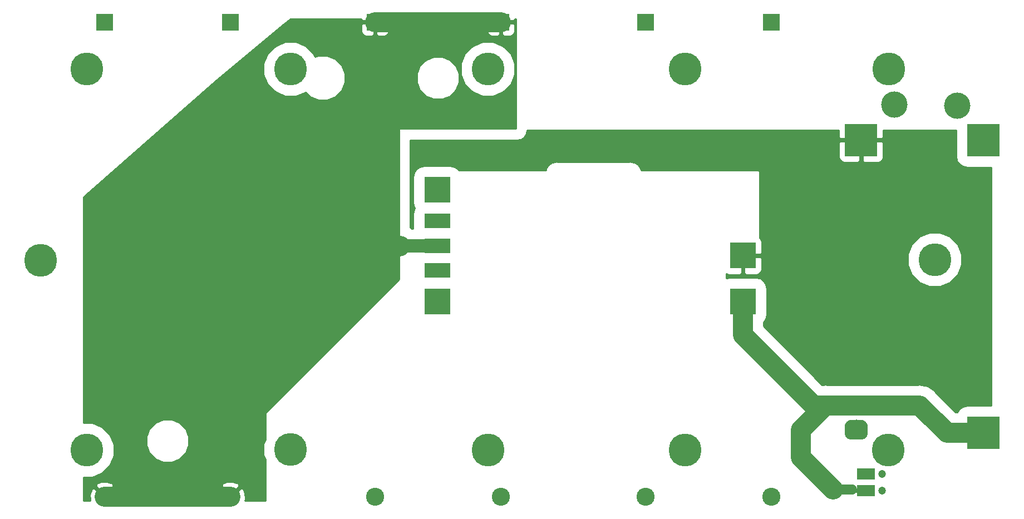
<source format=gbl>
G04 #@! TF.GenerationSoftware,KiCad,Pcbnew,(5.0.2)-1*
G04 #@! TF.CreationDate,2019-03-16T18:46:31-04:00*
G04 #@! TF.ProjectId,2p3s-pwr-pack,32703373-2d70-4777-922d-7061636b2e6b,V1*
G04 #@! TF.SameCoordinates,Original*
G04 #@! TF.FileFunction,Copper,L2,Bot*
G04 #@! TF.FilePolarity,Positive*
%FSLAX46Y46*%
G04 Gerber Fmt 4.6, Leading zero omitted, Abs format (unit mm)*
G04 Created by KiCad (PCBNEW (5.0.2)-1) date 3/16/2019 6:46:31 PM*
%MOMM*%
%LPD*%
G01*
G04 APERTURE LIST*
G04 #@! TA.AperFunction,ComponentPad*
%ADD10R,2.500000X2.500000*%
G04 #@! TD*
G04 #@! TA.AperFunction,ComponentPad*
%ADD11C,2.750000*%
G04 #@! TD*
G04 #@! TA.AperFunction,ComponentPad*
%ADD12R,5.000000X5.000000*%
G04 #@! TD*
G04 #@! TA.AperFunction,Conductor*
%ADD13C,0.150000*%
G04 #@! TD*
G04 #@! TA.AperFunction,ComponentPad*
%ADD14C,3.000000*%
G04 #@! TD*
G04 #@! TA.AperFunction,ComponentPad*
%ADD15C,1.200000*%
G04 #@! TD*
G04 #@! TA.AperFunction,ComponentPad*
%ADD16R,2.700000X1.700000*%
G04 #@! TD*
G04 #@! TA.AperFunction,ComponentPad*
%ADD17C,4.000000*%
G04 #@! TD*
G04 #@! TA.AperFunction,ComponentPad*
%ADD18R,4.000000X4.000000*%
G04 #@! TD*
G04 #@! TA.AperFunction,ComponentPad*
%ADD19R,4.000000X2.300000*%
G04 #@! TD*
G04 #@! TA.AperFunction,ComponentPad*
%ADD20C,5.000000*%
G04 #@! TD*
G04 #@! TA.AperFunction,Conductor*
%ADD21C,0.635000*%
G04 #@! TD*
G04 #@! TA.AperFunction,Conductor*
%ADD22C,1.524000*%
G04 #@! TD*
G04 #@! TA.AperFunction,Conductor*
%ADD23C,3.048000*%
G04 #@! TD*
G04 #@! TA.AperFunction,Conductor*
%ADD24C,2.032000*%
G04 #@! TD*
G04 #@! TA.AperFunction,Conductor*
%ADD25C,0.254000*%
G04 #@! TD*
G04 APERTURE END LIST*
D10*
G04 #@! TO.P,BATT1,1*
G04 #@! TO.N,Net-(BATT1-Pad1)*
X170840001Y-67465001D03*
D11*
G04 #@! TO.P,BATT1,2*
G04 #@! TO.N,Net-(BATT1-Pad2)*
X170840001Y-139685001D03*
X151710001Y-139685001D03*
D10*
G04 #@! TO.P,BATT1,1*
G04 #@! TO.N,Net-(BATT1-Pad1)*
X151710001Y-67465001D03*
G04 #@! TD*
G04 #@! TO.P,BATT3,1*
G04 #@! TO.N,B+*
X88540001Y-67465001D03*
D11*
G04 #@! TO.P,BATT3,2*
G04 #@! TO.N,Net-(BATT2-Pad1)*
X88540001Y-139685001D03*
X69410001Y-139685001D03*
D10*
G04 #@! TO.P,BATT3,1*
G04 #@! TO.N,B+*
X69410001Y-67465001D03*
G04 #@! TD*
D12*
G04 #@! TO.P,MOD1,4*
G04 #@! TO.N,P+*
X203100000Y-130000000D03*
G04 #@! TO.P,MOD1,1*
G04 #@! TO.N,V_IN*
X203100000Y-85400000D03*
G04 #@! TO.P,MOD1,2*
G04 #@! TO.N,GND1*
X184500000Y-85400000D03*
D13*
G04 #@! TD*
G04 #@! TO.N,GND1*
G04 #@! TO.C,MOD1*
G36*
X184552918Y-128005056D02*
X184654845Y-128020175D01*
X184754799Y-128045213D01*
X184851818Y-128079926D01*
X184944967Y-128123983D01*
X185033349Y-128176957D01*
X185116113Y-128238339D01*
X185192462Y-128307538D01*
X185261661Y-128383887D01*
X185323043Y-128466651D01*
X185376017Y-128555033D01*
X185420074Y-128648182D01*
X185454787Y-128745201D01*
X185479825Y-128845155D01*
X185494944Y-128947082D01*
X185500000Y-129050000D01*
X185500000Y-129950000D01*
X185494944Y-130052918D01*
X185479825Y-130154845D01*
X185454787Y-130254799D01*
X185420074Y-130351818D01*
X185376017Y-130444967D01*
X185323043Y-130533349D01*
X185261661Y-130616113D01*
X185192462Y-130692462D01*
X185116113Y-130761661D01*
X185033349Y-130823043D01*
X184944967Y-130876017D01*
X184851818Y-130920074D01*
X184754799Y-130954787D01*
X184654845Y-130979825D01*
X184552918Y-130994944D01*
X184450000Y-131000000D01*
X183050000Y-131000000D01*
X182947082Y-130994944D01*
X182845155Y-130979825D01*
X182745201Y-130954787D01*
X182648182Y-130920074D01*
X182555033Y-130876017D01*
X182466651Y-130823043D01*
X182383887Y-130761661D01*
X182307538Y-130692462D01*
X182238339Y-130616113D01*
X182176957Y-130533349D01*
X182123983Y-130444967D01*
X182079926Y-130351818D01*
X182045213Y-130254799D01*
X182020175Y-130154845D01*
X182005056Y-130052918D01*
X182000000Y-129950000D01*
X182000000Y-129050000D01*
X182005056Y-128947082D01*
X182020175Y-128845155D01*
X182045213Y-128745201D01*
X182079926Y-128648182D01*
X182123983Y-128555033D01*
X182176957Y-128466651D01*
X182238339Y-128383887D01*
X182307538Y-128307538D01*
X182383887Y-128238339D01*
X182466651Y-128176957D01*
X182555033Y-128123983D01*
X182648182Y-128079926D01*
X182745201Y-128045213D01*
X182845155Y-128020175D01*
X182947082Y-128005056D01*
X183050000Y-128000000D01*
X184450000Y-128000000D01*
X184552918Y-128005056D01*
X184552918Y-128005056D01*
G37*
D14*
G04 #@! TO.P,MOD1,3*
G04 #@! TO.N,GND1*
X183750000Y-129500000D03*
G04 #@! TD*
D10*
G04 #@! TO.P,BATT2,1*
G04 #@! TO.N,Net-(BATT2-Pad1)*
X129681600Y-67445800D03*
D11*
G04 #@! TO.P,BATT2,2*
G04 #@! TO.N,Net-(BATT1-Pad1)*
X129681600Y-139665800D03*
X110551600Y-139665800D03*
D10*
G04 #@! TO.P,BATT2,1*
G04 #@! TO.N,Net-(BATT2-Pad1)*
X110551600Y-67445800D03*
G04 #@! TD*
D15*
G04 #@! TO.P,P13,*
G04 #@! TO.N,*
X187700000Y-136230000D03*
X187700000Y-138770000D03*
D16*
G04 #@! TO.P,P13,2*
G04 #@! TO.N,GND1*
X185250000Y-136230000D03*
G04 #@! TO.P,P13,1*
G04 #@! TO.N,P+*
X185250000Y-138770000D03*
G04 #@! TD*
D17*
G04 #@! TO.P,P14,1*
G04 #@! TO.N,V_IN*
X199136000Y-80162400D03*
G04 #@! TD*
G04 #@! TO.P,P15,1*
G04 #@! TO.N,GND1*
X189560200Y-80010000D03*
G04 #@! TD*
D18*
G04 #@! TO.P,MOD2,6*
G04 #@! TO.N,GND1*
X166500000Y-103000000D03*
G04 #@! TO.P,MOD2,7*
G04 #@! TO.N,P+*
X166500000Y-110000000D03*
D19*
G04 #@! TO.P,MOD2,4*
G04 #@! TO.N,Net-(BATT1-Pad1)*
X120000000Y-97750000D03*
G04 #@! TO.P,MOD2,3*
G04 #@! TO.N,Net-(BATT2-Pad1)*
X120000000Y-101500000D03*
G04 #@! TO.P,MOD2,2*
G04 #@! TO.N,Net-(MOD2-Pad2)*
X120000000Y-105250000D03*
D18*
G04 #@! TO.P,MOD2,5*
G04 #@! TO.N,Net-(BATT1-Pad2)*
X120000000Y-93000000D03*
G04 #@! TO.P,MOD2,1*
G04 #@! TO.N,B+*
X120000000Y-110000000D03*
G04 #@! TD*
D20*
G04 #@! TO.P,P1,*
G04 #@! TO.N,*
X59700000Y-103700000D03*
G04 #@! TD*
G04 #@! TO.P,P2,*
G04 #@! TO.N,*
X66700000Y-74600000D03*
G04 #@! TD*
G04 #@! TO.P,P3,*
G04 #@! TO.N,*
X66700000Y-132600000D03*
G04 #@! TD*
G04 #@! TO.P,P4,*
G04 #@! TO.N,*
X97700000Y-74600000D03*
G04 #@! TD*
G04 #@! TO.P,P5,*
G04 #@! TO.N,*
X97700000Y-132500000D03*
G04 #@! TD*
G04 #@! TO.P,P6,*
G04 #@! TO.N,*
X127700000Y-74600000D03*
G04 #@! TD*
G04 #@! TO.P,P7,*
G04 #@! TO.N,*
X127700000Y-132600000D03*
G04 #@! TD*
G04 #@! TO.P,P8,*
G04 #@! TO.N,*
X157700000Y-74600000D03*
G04 #@! TD*
G04 #@! TO.P,P9,*
G04 #@! TO.N,*
X157700000Y-132600000D03*
G04 #@! TD*
G04 #@! TO.P,P10,*
G04 #@! TO.N,*
X188700000Y-74600000D03*
G04 #@! TD*
G04 #@! TO.P,P11,*
G04 #@! TO.N,*
X188600000Y-132600000D03*
G04 #@! TD*
G04 #@! TO.P,P12,*
G04 #@! TO.N,*
X195700000Y-103600000D03*
G04 #@! TD*
D21*
G04 #@! TO.N,P+*
X183265000Y-138770000D02*
X183102800Y-138607800D01*
X185250000Y-138770000D02*
X183265000Y-138770000D01*
D22*
X183102800Y-138607800D02*
X180238400Y-138607800D01*
D23*
X197552000Y-130000000D02*
X203100000Y-130000000D01*
X193375599Y-125823599D02*
X197552000Y-130000000D01*
X179018329Y-125823599D02*
X193375599Y-125823599D01*
X175323600Y-129518328D02*
X179018329Y-125823599D01*
X180238400Y-138607800D02*
X175323600Y-133693000D01*
X175323600Y-133693000D02*
X175323600Y-129518328D01*
X177275599Y-125823599D02*
X179018329Y-125823599D01*
X166500000Y-110000000D02*
X166500000Y-115048000D01*
X166500000Y-115048000D02*
X177275599Y-125823599D01*
G04 #@! TO.N,Net-(BATT2-Pad1)*
X129690001Y-67465001D02*
X110560001Y-67465001D01*
X69410001Y-139685001D02*
X88540001Y-139685001D01*
D24*
X120000000Y-101500000D02*
X114400000Y-101500000D01*
D23*
X114400000Y-101500000D02*
X114300000Y-101600000D01*
X114300000Y-101600000D02*
X91440000Y-101600000D01*
G04 #@! TD*
D25*
G04 #@! TO.N,Net-(BATT2-Pad1)*
G36*
X108412600Y-67033050D02*
X108634850Y-67255300D01*
X110361100Y-67255300D01*
X110361100Y-67235300D01*
X110742100Y-67235300D01*
X110742100Y-67255300D01*
X112468350Y-67255300D01*
X112690600Y-67033050D01*
X112690600Y-66952000D01*
X127542600Y-66952000D01*
X127542600Y-67033050D01*
X127764850Y-67255300D01*
X129491100Y-67255300D01*
X129491100Y-67235300D01*
X129872100Y-67235300D01*
X129872100Y-67255300D01*
X131598350Y-67255300D01*
X131820600Y-67033050D01*
X131820600Y-66952000D01*
X131953000Y-66952000D01*
X131953000Y-83693000D01*
X114300000Y-83693000D01*
X114251399Y-83702667D01*
X114210197Y-83730197D01*
X114182667Y-83771399D01*
X114173000Y-83820000D01*
X114173000Y-106627394D01*
X93890197Y-126910197D01*
X93862667Y-126951399D01*
X93853000Y-127000000D01*
X93853000Y-131003109D01*
X93573000Y-131679089D01*
X93573000Y-133320911D01*
X93853000Y-133996891D01*
X93853000Y-140298000D01*
X90726239Y-140298000D01*
X90821391Y-140036801D01*
X90782358Y-139136972D01*
X90513102Y-138486930D01*
X90143640Y-138350770D01*
X88809409Y-139685001D01*
X88823551Y-139699143D01*
X88554143Y-139968551D01*
X88540001Y-139954409D01*
X88525859Y-139968551D01*
X88256451Y-139699143D01*
X88270593Y-139685001D01*
X86936362Y-138350770D01*
X86566900Y-138486930D01*
X86258611Y-139333201D01*
X86297644Y-140233030D01*
X86324555Y-140298000D01*
X71596239Y-140298000D01*
X71691391Y-140036801D01*
X71652358Y-139136972D01*
X71383102Y-138486930D01*
X71013640Y-138350770D01*
X69679409Y-139685001D01*
X69693551Y-139699143D01*
X69424143Y-139968551D01*
X69410001Y-139954409D01*
X69395859Y-139968551D01*
X69126451Y-139699143D01*
X69140593Y-139685001D01*
X67806362Y-138350770D01*
X67436900Y-138486930D01*
X67128611Y-139333201D01*
X67167644Y-140233030D01*
X67194555Y-140298000D01*
X66167000Y-140298000D01*
X66167000Y-138081362D01*
X68075770Y-138081362D01*
X69410001Y-139415593D01*
X70744232Y-138081362D01*
X87205770Y-138081362D01*
X88540001Y-139415593D01*
X89874232Y-138081362D01*
X89738072Y-137711900D01*
X88891801Y-137403611D01*
X87991972Y-137442644D01*
X87341930Y-137711900D01*
X87205770Y-138081362D01*
X70744232Y-138081362D01*
X70608072Y-137711900D01*
X69761801Y-137403611D01*
X68861972Y-137442644D01*
X68211930Y-137711900D01*
X68075770Y-138081362D01*
X66167000Y-138081362D01*
X66167000Y-136727000D01*
X67520911Y-136727000D01*
X69037758Y-136098702D01*
X70198702Y-134937758D01*
X70827000Y-133420911D01*
X70827000Y-131779089D01*
X70309252Y-130529133D01*
X75728001Y-130529133D01*
X75728001Y-131820869D01*
X76222328Y-133014278D01*
X77135724Y-133927674D01*
X78329133Y-134422001D01*
X79620869Y-134422001D01*
X80814278Y-133927674D01*
X81727674Y-133014278D01*
X82222001Y-131820869D01*
X82222001Y-130529133D01*
X81727674Y-129335724D01*
X80814278Y-128422328D01*
X79620869Y-127928001D01*
X78329133Y-127928001D01*
X77135724Y-128422328D01*
X76222328Y-129335724D01*
X75728001Y-130529133D01*
X70309252Y-130529133D01*
X70198702Y-130262242D01*
X69037758Y-129101298D01*
X67520911Y-128473000D01*
X66167000Y-128473000D01*
X66167000Y-94037628D01*
X86442482Y-76296582D01*
X89463473Y-73779089D01*
X93573000Y-73779089D01*
X93573000Y-75420911D01*
X94201298Y-76937758D01*
X95362242Y-78098702D01*
X96879089Y-78727000D01*
X98520911Y-78727000D01*
X99974536Y-78124890D01*
X100689522Y-78839876D01*
X101939900Y-79357800D01*
X103293300Y-79357800D01*
X104543678Y-78839876D01*
X105500676Y-77882878D01*
X106018600Y-76632500D01*
X106018600Y-75309932D01*
X116869600Y-75309932D01*
X116869600Y-76601668D01*
X117363927Y-77795077D01*
X118277323Y-78708473D01*
X119470732Y-79202800D01*
X120762468Y-79202800D01*
X121955877Y-78708473D01*
X122869273Y-77795077D01*
X123363600Y-76601668D01*
X123363600Y-75309932D01*
X122869273Y-74116523D01*
X122531839Y-73779089D01*
X123573000Y-73779089D01*
X123573000Y-75420911D01*
X124201298Y-76937758D01*
X125362242Y-78098702D01*
X126879089Y-78727000D01*
X128520911Y-78727000D01*
X130037758Y-78098702D01*
X131198702Y-76937758D01*
X131827000Y-75420911D01*
X131827000Y-73779089D01*
X131198702Y-72262242D01*
X130037758Y-71101298D01*
X128520911Y-70473000D01*
X126879089Y-70473000D01*
X125362242Y-71101298D01*
X124201298Y-72262242D01*
X123573000Y-73779089D01*
X122531839Y-73779089D01*
X121955877Y-73203127D01*
X120762468Y-72708800D01*
X119470732Y-72708800D01*
X118277323Y-73203127D01*
X117363927Y-74116523D01*
X116869600Y-75309932D01*
X106018600Y-75309932D01*
X106018600Y-75279100D01*
X105500676Y-74028722D01*
X104543678Y-73071724D01*
X103293300Y-72553800D01*
X101939900Y-72553800D01*
X101410329Y-72773156D01*
X101198702Y-72262242D01*
X100037758Y-71101298D01*
X98520911Y-70473000D01*
X96879089Y-70473000D01*
X95362242Y-71101298D01*
X94201298Y-72262242D01*
X93573000Y-73779089D01*
X89463473Y-73779089D01*
X96568119Y-67858550D01*
X108412600Y-67858550D01*
X108412600Y-68872633D01*
X108547942Y-69199378D01*
X108798022Y-69449458D01*
X109124767Y-69584800D01*
X110138850Y-69584800D01*
X110361100Y-69362550D01*
X110361100Y-67636300D01*
X110742100Y-67636300D01*
X110742100Y-69362550D01*
X110964350Y-69584800D01*
X111978433Y-69584800D01*
X112305178Y-69449458D01*
X112555258Y-69199378D01*
X112690600Y-68872633D01*
X112690600Y-67858550D01*
X127542600Y-67858550D01*
X127542600Y-68872633D01*
X127677942Y-69199378D01*
X127928022Y-69449458D01*
X128254767Y-69584800D01*
X129268850Y-69584800D01*
X129491100Y-69362550D01*
X129491100Y-67636300D01*
X129872100Y-67636300D01*
X129872100Y-69362550D01*
X130094350Y-69584800D01*
X131108433Y-69584800D01*
X131435178Y-69449458D01*
X131685258Y-69199378D01*
X131820600Y-68872633D01*
X131820600Y-67858550D01*
X131598350Y-67636300D01*
X129872100Y-67636300D01*
X129491100Y-67636300D01*
X127764850Y-67636300D01*
X127542600Y-67858550D01*
X112690600Y-67858550D01*
X112468350Y-67636300D01*
X110742100Y-67636300D01*
X110361100Y-67636300D01*
X108634850Y-67636300D01*
X108412600Y-67858550D01*
X96568119Y-67858550D01*
X97655980Y-66952000D01*
X108412600Y-66952000D01*
X108412600Y-67033050D01*
X108412600Y-67033050D01*
G37*
X108412600Y-67033050D02*
X108634850Y-67255300D01*
X110361100Y-67255300D01*
X110361100Y-67235300D01*
X110742100Y-67235300D01*
X110742100Y-67255300D01*
X112468350Y-67255300D01*
X112690600Y-67033050D01*
X112690600Y-66952000D01*
X127542600Y-66952000D01*
X127542600Y-67033050D01*
X127764850Y-67255300D01*
X129491100Y-67255300D01*
X129491100Y-67235300D01*
X129872100Y-67235300D01*
X129872100Y-67255300D01*
X131598350Y-67255300D01*
X131820600Y-67033050D01*
X131820600Y-66952000D01*
X131953000Y-66952000D01*
X131953000Y-83693000D01*
X114300000Y-83693000D01*
X114251399Y-83702667D01*
X114210197Y-83730197D01*
X114182667Y-83771399D01*
X114173000Y-83820000D01*
X114173000Y-106627394D01*
X93890197Y-126910197D01*
X93862667Y-126951399D01*
X93853000Y-127000000D01*
X93853000Y-131003109D01*
X93573000Y-131679089D01*
X93573000Y-133320911D01*
X93853000Y-133996891D01*
X93853000Y-140298000D01*
X90726239Y-140298000D01*
X90821391Y-140036801D01*
X90782358Y-139136972D01*
X90513102Y-138486930D01*
X90143640Y-138350770D01*
X88809409Y-139685001D01*
X88823551Y-139699143D01*
X88554143Y-139968551D01*
X88540001Y-139954409D01*
X88525859Y-139968551D01*
X88256451Y-139699143D01*
X88270593Y-139685001D01*
X86936362Y-138350770D01*
X86566900Y-138486930D01*
X86258611Y-139333201D01*
X86297644Y-140233030D01*
X86324555Y-140298000D01*
X71596239Y-140298000D01*
X71691391Y-140036801D01*
X71652358Y-139136972D01*
X71383102Y-138486930D01*
X71013640Y-138350770D01*
X69679409Y-139685001D01*
X69693551Y-139699143D01*
X69424143Y-139968551D01*
X69410001Y-139954409D01*
X69395859Y-139968551D01*
X69126451Y-139699143D01*
X69140593Y-139685001D01*
X67806362Y-138350770D01*
X67436900Y-138486930D01*
X67128611Y-139333201D01*
X67167644Y-140233030D01*
X67194555Y-140298000D01*
X66167000Y-140298000D01*
X66167000Y-138081362D01*
X68075770Y-138081362D01*
X69410001Y-139415593D01*
X70744232Y-138081362D01*
X87205770Y-138081362D01*
X88540001Y-139415593D01*
X89874232Y-138081362D01*
X89738072Y-137711900D01*
X88891801Y-137403611D01*
X87991972Y-137442644D01*
X87341930Y-137711900D01*
X87205770Y-138081362D01*
X70744232Y-138081362D01*
X70608072Y-137711900D01*
X69761801Y-137403611D01*
X68861972Y-137442644D01*
X68211930Y-137711900D01*
X68075770Y-138081362D01*
X66167000Y-138081362D01*
X66167000Y-136727000D01*
X67520911Y-136727000D01*
X69037758Y-136098702D01*
X70198702Y-134937758D01*
X70827000Y-133420911D01*
X70827000Y-131779089D01*
X70309252Y-130529133D01*
X75728001Y-130529133D01*
X75728001Y-131820869D01*
X76222328Y-133014278D01*
X77135724Y-133927674D01*
X78329133Y-134422001D01*
X79620869Y-134422001D01*
X80814278Y-133927674D01*
X81727674Y-133014278D01*
X82222001Y-131820869D01*
X82222001Y-130529133D01*
X81727674Y-129335724D01*
X80814278Y-128422328D01*
X79620869Y-127928001D01*
X78329133Y-127928001D01*
X77135724Y-128422328D01*
X76222328Y-129335724D01*
X75728001Y-130529133D01*
X70309252Y-130529133D01*
X70198702Y-130262242D01*
X69037758Y-129101298D01*
X67520911Y-128473000D01*
X66167000Y-128473000D01*
X66167000Y-94037628D01*
X86442482Y-76296582D01*
X89463473Y-73779089D01*
X93573000Y-73779089D01*
X93573000Y-75420911D01*
X94201298Y-76937758D01*
X95362242Y-78098702D01*
X96879089Y-78727000D01*
X98520911Y-78727000D01*
X99974536Y-78124890D01*
X100689522Y-78839876D01*
X101939900Y-79357800D01*
X103293300Y-79357800D01*
X104543678Y-78839876D01*
X105500676Y-77882878D01*
X106018600Y-76632500D01*
X106018600Y-75309932D01*
X116869600Y-75309932D01*
X116869600Y-76601668D01*
X117363927Y-77795077D01*
X118277323Y-78708473D01*
X119470732Y-79202800D01*
X120762468Y-79202800D01*
X121955877Y-78708473D01*
X122869273Y-77795077D01*
X123363600Y-76601668D01*
X123363600Y-75309932D01*
X122869273Y-74116523D01*
X122531839Y-73779089D01*
X123573000Y-73779089D01*
X123573000Y-75420911D01*
X124201298Y-76937758D01*
X125362242Y-78098702D01*
X126879089Y-78727000D01*
X128520911Y-78727000D01*
X130037758Y-78098702D01*
X131198702Y-76937758D01*
X131827000Y-75420911D01*
X131827000Y-73779089D01*
X131198702Y-72262242D01*
X130037758Y-71101298D01*
X128520911Y-70473000D01*
X126879089Y-70473000D01*
X125362242Y-71101298D01*
X124201298Y-72262242D01*
X123573000Y-73779089D01*
X122531839Y-73779089D01*
X121955877Y-73203127D01*
X120762468Y-72708800D01*
X119470732Y-72708800D01*
X118277323Y-73203127D01*
X117363927Y-74116523D01*
X116869600Y-75309932D01*
X106018600Y-75309932D01*
X106018600Y-75279100D01*
X105500676Y-74028722D01*
X104543678Y-73071724D01*
X103293300Y-72553800D01*
X101939900Y-72553800D01*
X101410329Y-72773156D01*
X101198702Y-72262242D01*
X100037758Y-71101298D01*
X98520911Y-70473000D01*
X96879089Y-70473000D01*
X95362242Y-71101298D01*
X94201298Y-72262242D01*
X93573000Y-73779089D01*
X89463473Y-73779089D01*
X96568119Y-67858550D01*
X108412600Y-67858550D01*
X108412600Y-68872633D01*
X108547942Y-69199378D01*
X108798022Y-69449458D01*
X109124767Y-69584800D01*
X110138850Y-69584800D01*
X110361100Y-69362550D01*
X110361100Y-67636300D01*
X110742100Y-67636300D01*
X110742100Y-69362550D01*
X110964350Y-69584800D01*
X111978433Y-69584800D01*
X112305178Y-69449458D01*
X112555258Y-69199378D01*
X112690600Y-68872633D01*
X112690600Y-67858550D01*
X127542600Y-67858550D01*
X127542600Y-68872633D01*
X127677942Y-69199378D01*
X127928022Y-69449458D01*
X128254767Y-69584800D01*
X129268850Y-69584800D01*
X129491100Y-69362550D01*
X129491100Y-67636300D01*
X129872100Y-67636300D01*
X129872100Y-69362550D01*
X130094350Y-69584800D01*
X131108433Y-69584800D01*
X131435178Y-69449458D01*
X131685258Y-69199378D01*
X131820600Y-68872633D01*
X131820600Y-67858550D01*
X131598350Y-67636300D01*
X129872100Y-67636300D01*
X129491100Y-67636300D01*
X127764850Y-67636300D01*
X127542600Y-67858550D01*
X112690600Y-67858550D01*
X112468350Y-67636300D01*
X110742100Y-67636300D01*
X110361100Y-67636300D01*
X108634850Y-67636300D01*
X108412600Y-67858550D01*
X96568119Y-67858550D01*
X97655980Y-66952000D01*
X108412600Y-66952000D01*
X108412600Y-67033050D01*
G04 #@! TO.N,GND1*
G36*
X183940500Y-129309500D02*
X183960500Y-129309500D01*
X183960500Y-129413000D01*
X183539500Y-129413000D01*
X183539500Y-129309500D01*
X183559500Y-129309500D01*
X183559500Y-129289500D01*
X183940500Y-129289500D01*
X183940500Y-129309500D01*
X183940500Y-129309500D01*
G37*
X183940500Y-129309500D02*
X183960500Y-129309500D01*
X183960500Y-129413000D01*
X183539500Y-129413000D01*
X183539500Y-129309500D01*
X183559500Y-129309500D01*
X183559500Y-129289500D01*
X183940500Y-129289500D01*
X183940500Y-129309500D01*
G36*
X181111000Y-84987250D02*
X181333250Y-85209500D01*
X184309500Y-85209500D01*
X184309500Y-85189500D01*
X184690500Y-85189500D01*
X184690500Y-85209500D01*
X187666750Y-85209500D01*
X187889000Y-84987250D01*
X187889000Y-83947000D01*
X198941126Y-83947000D01*
X198941126Y-87900000D01*
X199067400Y-88534824D01*
X199426999Y-89073001D01*
X199965176Y-89432600D01*
X200600000Y-89558874D01*
X204298001Y-89558874D01*
X204298000Y-125841126D01*
X200600000Y-125841126D01*
X199965176Y-125967400D01*
X199426999Y-126326999D01*
X199078208Y-126849000D01*
X198857187Y-126849000D01*
X195823140Y-123814954D01*
X195647343Y-123551855D01*
X194605058Y-122855423D01*
X193685941Y-122672599D01*
X193375599Y-122610868D01*
X193065257Y-122672599D01*
X179328671Y-122672599D01*
X179018329Y-122610868D01*
X178707987Y-122672599D01*
X178580786Y-122672599D01*
X169651000Y-113742814D01*
X169651000Y-113187702D01*
X169673001Y-113173001D01*
X170032600Y-112634824D01*
X170158874Y-112000000D01*
X170158874Y-108000000D01*
X170032600Y-107365176D01*
X169673001Y-106826999D01*
X169134824Y-106467400D01*
X168500000Y-106341126D01*
X164500000Y-106341126D01*
X163957000Y-106449135D01*
X163957000Y-105714236D01*
X163996422Y-105753658D01*
X164323167Y-105889000D01*
X166087250Y-105889000D01*
X166309500Y-105666750D01*
X166309500Y-103190500D01*
X166690500Y-103190500D01*
X166690500Y-105666750D01*
X166912750Y-105889000D01*
X168676833Y-105889000D01*
X169003578Y-105753658D01*
X169253658Y-105503578D01*
X169389000Y-105176833D01*
X169389000Y-103412750D01*
X169166750Y-103190500D01*
X166690500Y-103190500D01*
X166309500Y-103190500D01*
X166289500Y-103190500D01*
X166289500Y-102809500D01*
X166309500Y-102809500D01*
X166309500Y-102789500D01*
X166690500Y-102789500D01*
X166690500Y-102809500D01*
X169166750Y-102809500D01*
X169197161Y-102779089D01*
X191573000Y-102779089D01*
X191573000Y-104420911D01*
X192201298Y-105937758D01*
X193362242Y-107098702D01*
X194879089Y-107727000D01*
X196520911Y-107727000D01*
X198037758Y-107098702D01*
X199198702Y-105937758D01*
X199827000Y-104420911D01*
X199827000Y-102779089D01*
X199198702Y-101262242D01*
X198037758Y-100101298D01*
X196520911Y-99473000D01*
X194879089Y-99473000D01*
X193362242Y-100101298D01*
X192201298Y-101262242D01*
X191573000Y-102779089D01*
X169197161Y-102779089D01*
X169389000Y-102587250D01*
X169389000Y-100823167D01*
X169253658Y-100496422D01*
X169037000Y-100279764D01*
X169037000Y-90170000D01*
X169027333Y-90121399D01*
X168999803Y-90080197D01*
X168958601Y-90052667D01*
X168910000Y-90043000D01*
X151011558Y-90043000D01*
X150955249Y-89759913D01*
X150579074Y-89196926D01*
X150016087Y-88820751D01*
X149519632Y-88722000D01*
X149352000Y-88688656D01*
X149184368Y-88722000D01*
X138343632Y-88722000D01*
X138176000Y-88688656D01*
X138008368Y-88722000D01*
X137511913Y-88820751D01*
X136948926Y-89196926D01*
X136572751Y-89759913D01*
X136516442Y-90043000D01*
X123317329Y-90043000D01*
X123173001Y-89826999D01*
X122634824Y-89467400D01*
X122000000Y-89341126D01*
X118000000Y-89341126D01*
X117365176Y-89467400D01*
X116826999Y-89826999D01*
X116467400Y-90365176D01*
X116341126Y-91000000D01*
X116341126Y-95000000D01*
X116467400Y-95634824D01*
X116577767Y-95800000D01*
X116467400Y-95965176D01*
X116341126Y-96600000D01*
X116341126Y-98857000D01*
X116116117Y-98857000D01*
X115927000Y-98730636D01*
X115927000Y-85812750D01*
X181111000Y-85812750D01*
X181111000Y-88076833D01*
X181246342Y-88403578D01*
X181496422Y-88653658D01*
X181823167Y-88789000D01*
X184087250Y-88789000D01*
X184309500Y-88566750D01*
X184309500Y-85590500D01*
X184690500Y-85590500D01*
X184690500Y-88566750D01*
X184912750Y-88789000D01*
X187176833Y-88789000D01*
X187503578Y-88653658D01*
X187753658Y-88403578D01*
X187889000Y-88076833D01*
X187889000Y-85812750D01*
X187666750Y-85590500D01*
X184690500Y-85590500D01*
X184309500Y-85590500D01*
X181333250Y-85590500D01*
X181111000Y-85812750D01*
X115927000Y-85812750D01*
X115927000Y-85447000D01*
X132080000Y-85447000D01*
X132702626Y-85323152D01*
X133230463Y-84970463D01*
X133583152Y-84442626D01*
X133681738Y-83947000D01*
X181111000Y-83947000D01*
X181111000Y-84987250D01*
X181111000Y-84987250D01*
G37*
X181111000Y-84987250D02*
X181333250Y-85209500D01*
X184309500Y-85209500D01*
X184309500Y-85189500D01*
X184690500Y-85189500D01*
X184690500Y-85209500D01*
X187666750Y-85209500D01*
X187889000Y-84987250D01*
X187889000Y-83947000D01*
X198941126Y-83947000D01*
X198941126Y-87900000D01*
X199067400Y-88534824D01*
X199426999Y-89073001D01*
X199965176Y-89432600D01*
X200600000Y-89558874D01*
X204298001Y-89558874D01*
X204298000Y-125841126D01*
X200600000Y-125841126D01*
X199965176Y-125967400D01*
X199426999Y-126326999D01*
X199078208Y-126849000D01*
X198857187Y-126849000D01*
X195823140Y-123814954D01*
X195647343Y-123551855D01*
X194605058Y-122855423D01*
X193685941Y-122672599D01*
X193375599Y-122610868D01*
X193065257Y-122672599D01*
X179328671Y-122672599D01*
X179018329Y-122610868D01*
X178707987Y-122672599D01*
X178580786Y-122672599D01*
X169651000Y-113742814D01*
X169651000Y-113187702D01*
X169673001Y-113173001D01*
X170032600Y-112634824D01*
X170158874Y-112000000D01*
X170158874Y-108000000D01*
X170032600Y-107365176D01*
X169673001Y-106826999D01*
X169134824Y-106467400D01*
X168500000Y-106341126D01*
X164500000Y-106341126D01*
X163957000Y-106449135D01*
X163957000Y-105714236D01*
X163996422Y-105753658D01*
X164323167Y-105889000D01*
X166087250Y-105889000D01*
X166309500Y-105666750D01*
X166309500Y-103190500D01*
X166690500Y-103190500D01*
X166690500Y-105666750D01*
X166912750Y-105889000D01*
X168676833Y-105889000D01*
X169003578Y-105753658D01*
X169253658Y-105503578D01*
X169389000Y-105176833D01*
X169389000Y-103412750D01*
X169166750Y-103190500D01*
X166690500Y-103190500D01*
X166309500Y-103190500D01*
X166289500Y-103190500D01*
X166289500Y-102809500D01*
X166309500Y-102809500D01*
X166309500Y-102789500D01*
X166690500Y-102789500D01*
X166690500Y-102809500D01*
X169166750Y-102809500D01*
X169197161Y-102779089D01*
X191573000Y-102779089D01*
X191573000Y-104420911D01*
X192201298Y-105937758D01*
X193362242Y-107098702D01*
X194879089Y-107727000D01*
X196520911Y-107727000D01*
X198037758Y-107098702D01*
X199198702Y-105937758D01*
X199827000Y-104420911D01*
X199827000Y-102779089D01*
X199198702Y-101262242D01*
X198037758Y-100101298D01*
X196520911Y-99473000D01*
X194879089Y-99473000D01*
X193362242Y-100101298D01*
X192201298Y-101262242D01*
X191573000Y-102779089D01*
X169197161Y-102779089D01*
X169389000Y-102587250D01*
X169389000Y-100823167D01*
X169253658Y-100496422D01*
X169037000Y-100279764D01*
X169037000Y-90170000D01*
X169027333Y-90121399D01*
X168999803Y-90080197D01*
X168958601Y-90052667D01*
X168910000Y-90043000D01*
X151011558Y-90043000D01*
X150955249Y-89759913D01*
X150579074Y-89196926D01*
X150016087Y-88820751D01*
X149519632Y-88722000D01*
X149352000Y-88688656D01*
X149184368Y-88722000D01*
X138343632Y-88722000D01*
X138176000Y-88688656D01*
X138008368Y-88722000D01*
X137511913Y-88820751D01*
X136948926Y-89196926D01*
X136572751Y-89759913D01*
X136516442Y-90043000D01*
X123317329Y-90043000D01*
X123173001Y-89826999D01*
X122634824Y-89467400D01*
X122000000Y-89341126D01*
X118000000Y-89341126D01*
X117365176Y-89467400D01*
X116826999Y-89826999D01*
X116467400Y-90365176D01*
X116341126Y-91000000D01*
X116341126Y-95000000D01*
X116467400Y-95634824D01*
X116577767Y-95800000D01*
X116467400Y-95965176D01*
X116341126Y-96600000D01*
X116341126Y-98857000D01*
X116116117Y-98857000D01*
X115927000Y-98730636D01*
X115927000Y-85812750D01*
X181111000Y-85812750D01*
X181111000Y-88076833D01*
X181246342Y-88403578D01*
X181496422Y-88653658D01*
X181823167Y-88789000D01*
X184087250Y-88789000D01*
X184309500Y-88566750D01*
X184309500Y-85590500D01*
X184690500Y-85590500D01*
X184690500Y-88566750D01*
X184912750Y-88789000D01*
X187176833Y-88789000D01*
X187503578Y-88653658D01*
X187753658Y-88403578D01*
X187889000Y-88076833D01*
X187889000Y-85812750D01*
X187666750Y-85590500D01*
X184690500Y-85590500D01*
X184309500Y-85590500D01*
X181333250Y-85590500D01*
X181111000Y-85812750D01*
X115927000Y-85812750D01*
X115927000Y-85447000D01*
X132080000Y-85447000D01*
X132702626Y-85323152D01*
X133230463Y-84970463D01*
X133583152Y-84442626D01*
X133681738Y-83947000D01*
X181111000Y-83947000D01*
X181111000Y-84987250D01*
G04 #@! TD*
M02*

</source>
